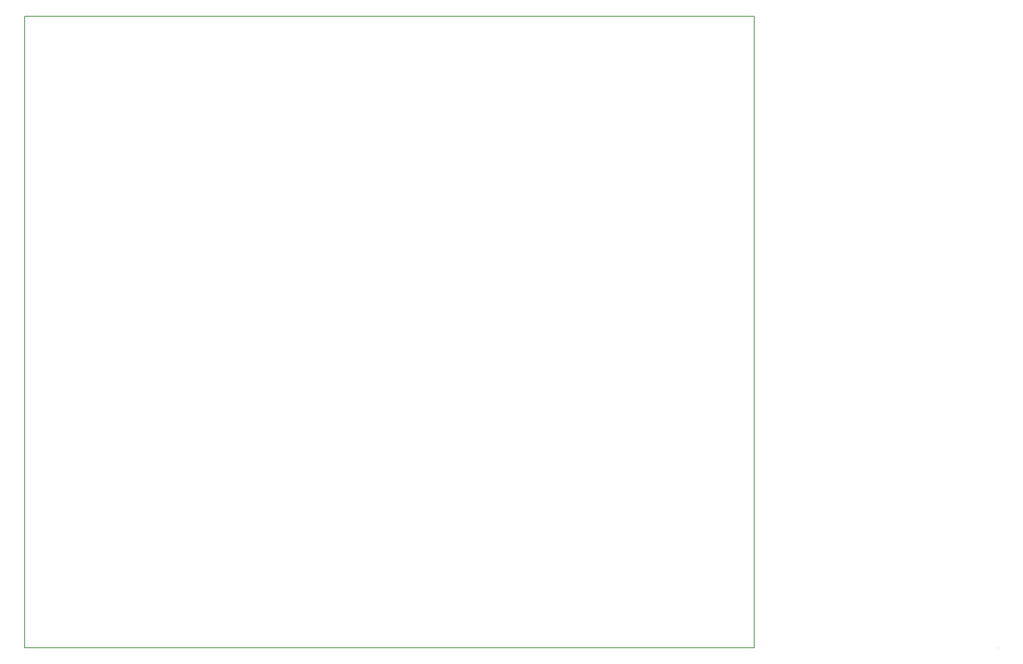
<source format=gm1>
G04 #@! TF.GenerationSoftware,KiCad,Pcbnew,no-vcs-found-08c4a0b~58~ubuntu16.04.1*
G04 #@! TF.CreationDate,2017-08-29T22:18:21+03:00*
G04 #@! TF.ProjectId,ND-03,4E442D30332E6B696361645F70636200,1*
G04 #@! TF.SameCoordinates,Original
G04 #@! TF.FileFunction,Profile,NP*
%FSLAX46Y46*%
G04 Gerber Fmt 4.6, Leading zero omitted, Abs format (unit mm)*
G04 Created by KiCad (PCBNEW no-vcs-found-08c4a0b~58~ubuntu16.04.1) date Tue Aug 29 22:18:21 2017*
%MOMM*%
%LPD*%
G01*
G04 APERTURE LIST*
%ADD10C,0.150000*%
G04 APERTURE END LIST*
D10*
X17865000Y-31101000D02*
X17865000Y-165848000D01*
X173440000Y-31101000D02*
X17865000Y-31101000D01*
X17865000Y-165848000D02*
X173440000Y-165848000D01*
X173440000Y-165848000D02*
X173440000Y-165848000D01*
X173440000Y-31101000D02*
X173440000Y-165848000D01*
X225510000Y-165848000D02*
X225510000Y-165848000D01*
X17865000Y-165848000D02*
X17865000Y-165848000D01*
M02*

</source>
